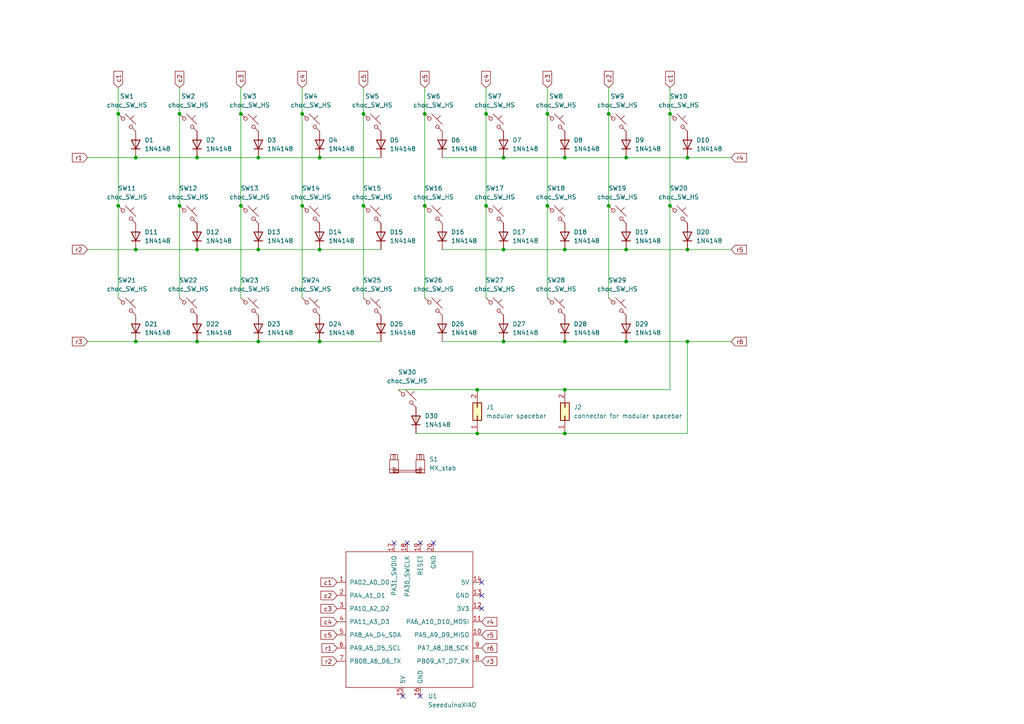
<source format=kicad_sch>
(kicad_sch (version 20230121) (generator eeschema)
  (paper "A4")
  (lib_symbols
    (symbol "Connector_Generic:Conn_02x01" (pin_names (offset 1.016) hide)
      (property "Reference" "J" (at 1.27 2.54 0))
      (property "Value" "Conn_02x01" (at 1.27 -2.54 0))
      (symbol "Conn_02x01_1_1"
        (rectangle (start -1.27 0.127) (end 0 -0.127) (stroke (width 0.1524)))
        (rectangle (start -1.27 1.27) (end 3.81 -1.27) (stroke (width 0.254)) (fill (type background)))
        (rectangle (start 3.81 0.127) (end 2.54 -0.127) (stroke (width 0.1524)))
        (pin passive line (at -5.08 0 0) (length 3.81) (name "Pin_1") (number "1"))
        (pin passive line (at 7.62 0 180) (length 3.81) (name "Pin_2") (number "2"))
      )
    )
    (symbol "Diode:1N4148" (pin_numbers hide) (pin_names hide)
      (property "Reference" "D" (at 0 2.54 0))
      (property "Value" "1N4148" (at 0 -2.54 0))
      (symbol "1N4148_0_1"
        (polyline (pts (xy -1.27 1.27) (xy -1.27 -1.27)) (stroke (width 0.254)))
        (polyline (pts (xy 1.27 0) (xy -1.27 0)))
        (polyline (pts (xy 1.27 1.27) (xy 1.27 -1.27) (xy -1.27 0) (xy 1.27 1.27)) (stroke (width 0.254)))
      )
      (symbol "1N4148_1_1"
        (pin passive line (at -3.81 0 0) (length 2.54) (name "K") (number "1"))
        (pin passive line (at 3.81 0 180) (length 2.54) (name "A") (number "2"))
      )
    )
    (symbol "beibob:SeeeduinoXIAO" (pin_names (offset 1.016))
      (property "Reference" "U" (at -19.05 22.86 0))
      (property "Value" "SeeeduinoXIAO" (at -12.7 21.59 0))
      (symbol "SeeeduinoXIAO_0_1"
        (rectangle (start -19.05 20.32) (end 17.78 -19.05))
      )
      (symbol "SeeeduinoXIAO_1_1"
        (pin unspecified line (at -21.59 11.43 0) (length 2.54) (name "PA02_A0_D0") (number "1"))
        (pin unspecified line (at 20.32 -3.81 180) (length 2.54) (name "PA5_A9_D9_MISO") (number "10"))
        (pin unspecified line (at 20.32 0 180) (length 2.54) (name "PA6_A10_D10_MOSI") (number "11"))
        (pin unspecified line (at 20.32 3.81 180) (length 2.54) (name "3V3") (number "12"))
        (pin unspecified line (at 20.32 7.62 180) (length 2.54) (name "GND") (number "13"))
        (pin unspecified line (at 20.32 11.43 180) (length 2.54) (name "5V") (number "14"))
        (pin input line (at -2.54 -21.59 90) (length 2.54) (name "5V") (number "15"))
        (pin input line (at 2.54 -21.59 90) (length 2.54) (name "GND") (number "16"))
        (pin input line (at -5.08 22.86 270) (length 2.54) (name "PA31_SWDIO") (number "17"))
        (pin input line (at -1.27 22.86 270) (length 2.54) (name "PA30_SWCLK") (number "18"))
        (pin input line (at 2.54 22.86 270) (length 2.54) (name "RESET") (number "19"))
        (pin unspecified line (at -21.59 7.62 0) (length 2.54) (name "PA4_A1_D1") (number "2"))
        (pin input line (at 6.35 22.86 270) (length 2.54) (name "GND") (number "20"))
        (pin unspecified line (at -21.59 3.81 0) (length 2.54) (name "PA10_A2_D2") (number "3"))
        (pin unspecified line (at -21.59 0 0) (length 2.54) (name "PA11_A3_D3") (number "4"))
        (pin unspecified line (at -21.59 -3.81 0) (length 2.54) (name "PA8_A4_D4_SDA") (number "5"))
        (pin unspecified line (at -21.59 -7.62 0) (length 2.54) (name "PA9_A5_D5_SCL") (number "6"))
        (pin unspecified line (at -21.59 -11.43 0) (length 2.54) (name "PB08_A6_D6_TX") (number "7"))
        (pin unspecified line (at 20.32 -11.43 180) (length 2.54) (name "PB09_A7_D7_RX") (number "8"))
        (pin unspecified line (at 20.32 -7.62 180) (length 2.54) (name "PA7_A8_D8_SCK") (number "9"))
      )
    )
    (symbol "marbastlib-choc:choc_SW_HS" (pin_numbers hide) (pin_names (offset 1.016) hide)
      (property "Reference" "SW" (at 3.048 1.016 0))
      (property "Value" "choc_SW_HS" (at 0 -3.81 0))
      (symbol "choc_SW_HS_0_1"
        (circle (center -1.1684 1.1684) (radius 0.508))
        (polyline (pts (xy -0.508 2.54) (xy 2.54 -0.508)))
        (polyline (pts (xy 1.016 1.016) (xy 2.032 2.032)))
        (polyline (pts (xy -2.54 2.54) (xy -1.524 1.524) (xy -1.524 1.524)))
        (polyline (pts (xy 1.524 -1.524) (xy 2.54 -2.54) (xy 2.54 -2.54) (xy 2.54 -2.54)))
        (circle (center 1.143 -1.1938) (radius 0.508))
        (pin passive line (at -2.54 2.54 0) (length 0) (name "1") (number "1"))
        (pin passive line (at 2.54 -2.54 180) (length 0) (name "2") (number "2"))
      )
    )
    (symbol "marbastlib-mx:MX_stab" (pin_names (offset 1.016))
      (property "Reference" "S" (at -5.08 6.35 0))
      (property "Value" "MX_stab" (at -5.08 3.81 0))
      (symbol "MX_stab_0_1"
        (rectangle (start -5.08 -1.524) (end -2.54 -2.54))
        (rectangle (start -5.08 1.27) (end -2.54 -2.54))
        (rectangle (start -4.826 2.794) (end -2.794 1.27))
        (rectangle (start -4.064 -2.286) (end -3.556 -1.016))
        (rectangle (start -4.064 -1.778) (end 4.064 -2.286))
        (rectangle (start -4.064 1.27) (end -3.556 2.794))
        (rectangle (start 2.54 -1.524) (end 5.08 -2.54))
        (rectangle (start 2.54 1.27) (end 5.08 -2.54))
        (rectangle (start 2.794 2.794) (end 4.826 1.27))
        (rectangle (start 3.556 1.27) (end 4.064 2.794))
        (rectangle (start 4.064 -2.286) (end 3.556 -1.016))
      )
    )
  )
  (junction (at 163.83 45.72))
  (junction (at 69.85 33.02))
  (junction (at 92.71 45.72))
  (junction (at 199.39 72.39))
  (junction (at 105.41 59.69))
  (junction (at 146.05 45.72))
  (junction (at 87.63 33.02))
  (junction (at 92.71 72.39))
  (junction (at 181.61 45.72))
  (junction (at 57.15 72.39))
  (junction (at 138.43 113.03))
  (junction (at 74.93 99.06))
  (junction (at 181.61 99.06))
  (junction (at 57.15 45.72))
  (junction (at 163.83 72.39))
  (junction (at 52.07 59.69))
  (junction (at 146.05 99.06))
  (junction (at 74.93 72.39))
  (junction (at 158.75 59.69))
  (junction (at 52.07 33.02))
  (junction (at 34.29 33.02))
  (junction (at 140.97 59.69))
  (junction (at 138.43 125.73))
  (junction (at 123.19 33.02))
  (junction (at 39.37 99.06))
  (junction (at 57.15 99.06))
  (junction (at 146.05 72.39))
  (junction (at 176.53 59.69))
  (junction (at 87.63 59.69))
  (junction (at 140.97 33.02))
  (junction (at 163.83 99.06))
  (junction (at 199.39 45.72))
  (junction (at 163.83 113.03))
  (junction (at 199.39 99.06))
  (junction (at 194.31 33.02))
  (junction (at 92.71 99.06))
  (junction (at 181.61 72.39))
  (junction (at 123.19 59.69))
  (junction (at 176.53 33.02))
  (junction (at 39.37 45.72))
  (junction (at 34.29 59.69))
  (junction (at 39.37 72.39))
  (junction (at 158.75 33.02))
  (junction (at 69.85 59.69))
  (junction (at 74.93 45.72))
  (junction (at 163.83 125.73))
  (junction (at 194.31 59.69))
  (junction (at 105.41 33.02))
  (no_connect (at 116.84 201.93))
  (no_connect (at 121.92 157.48))
  (no_connect (at 121.92 201.93))
  (no_connect (at 139.7 176.53))
  (no_connect (at 114.3 157.48))
  (no_connect (at 139.7 168.91))
  (no_connect (at 139.7 172.72))
  (no_connect (at 125.73 157.48))
  (no_connect (at 118.11 157.48))
  (wire (pts (xy 163.83 113.03) (xy 194.31 113.03)))
  (wire (pts (xy 92.71 99.06) (xy 110.49 99.06)))
  (wire (pts (xy 199.39 125.73) (xy 199.39 99.06)))
  (wire (pts (xy 105.41 33.02) (xy 105.41 59.69)))
  (wire (pts (xy 146.05 72.39) (xy 163.83 72.39)))
  (wire (pts (xy 138.43 125.73) (xy 163.83 125.73)))
  (wire (pts (xy 123.19 25.4) (xy 123.19 33.02)))
  (wire (pts (xy 194.31 25.4) (xy 194.31 33.02)))
  (wire (pts (xy 25.4 99.06) (xy 39.37 99.06)))
  (wire (pts (xy 105.41 59.69) (xy 105.41 86.36)))
  (wire (pts (xy 25.4 45.72) (xy 39.37 45.72)))
  (wire (pts (xy 92.71 45.72) (xy 110.49 45.72)))
  (wire (pts (xy 74.93 99.06) (xy 92.71 99.06)))
  (wire (pts (xy 146.05 45.72) (xy 163.83 45.72)))
  (wire (pts (xy 199.39 72.39) (xy 212.09 72.39)))
  (wire (pts (xy 34.29 33.02) (xy 34.29 59.69)))
  (wire (pts (xy 158.75 59.69) (xy 158.75 86.36)))
  (wire (pts (xy 25.4 72.39) (xy 39.37 72.39)))
  (wire (pts (xy 52.07 59.69) (xy 52.07 86.36)))
  (wire (pts (xy 181.61 99.06) (xy 199.39 99.06)))
  (wire (pts (xy 34.29 59.69) (xy 34.29 86.36)))
  (wire (pts (xy 128.27 72.39) (xy 146.05 72.39)))
  (wire (pts (xy 69.85 33.02) (xy 69.85 59.69)))
  (wire (pts (xy 138.43 113.03) (xy 115.57 113.03)))
  (wire (pts (xy 140.97 59.69) (xy 140.97 86.36)))
  (wire (pts (xy 158.75 25.4) (xy 158.75 33.02)))
  (wire (pts (xy 163.83 99.06) (xy 181.61 99.06)))
  (wire (pts (xy 176.53 33.02) (xy 176.53 59.69)))
  (wire (pts (xy 146.05 99.06) (xy 163.83 99.06)))
  (wire (pts (xy 52.07 25.4) (xy 52.07 33.02)))
  (wire (pts (xy 199.39 99.06) (xy 212.09 99.06)))
  (wire (pts (xy 140.97 25.4) (xy 140.97 33.02)))
  (wire (pts (xy 74.93 72.39) (xy 92.71 72.39)))
  (wire (pts (xy 57.15 45.72) (xy 74.93 45.72)))
  (wire (pts (xy 138.43 113.03) (xy 163.83 113.03)))
  (wire (pts (xy 39.37 72.39) (xy 57.15 72.39)))
  (wire (pts (xy 69.85 59.69) (xy 69.85 86.36)))
  (wire (pts (xy 74.93 45.72) (xy 92.71 45.72)))
  (wire (pts (xy 34.29 25.4) (xy 34.29 33.02)))
  (wire (pts (xy 176.53 59.69) (xy 176.53 86.36)))
  (wire (pts (xy 57.15 99.06) (xy 74.93 99.06)))
  (wire (pts (xy 123.19 59.69) (xy 123.19 86.36)))
  (wire (pts (xy 140.97 33.02) (xy 140.97 59.69)))
  (wire (pts (xy 128.27 45.72) (xy 146.05 45.72)))
  (wire (pts (xy 163.83 125.73) (xy 199.39 125.73)))
  (wire (pts (xy 176.53 25.4) (xy 176.53 33.02)))
  (wire (pts (xy 92.71 72.39) (xy 110.49 72.39)))
  (wire (pts (xy 163.83 72.39) (xy 181.61 72.39)))
  (wire (pts (xy 128.27 99.06) (xy 146.05 99.06)))
  (wire (pts (xy 120.65 125.73) (xy 138.43 125.73)))
  (wire (pts (xy 181.61 72.39) (xy 199.39 72.39)))
  (wire (pts (xy 194.31 59.69) (xy 194.31 113.03)))
  (wire (pts (xy 181.61 45.72) (xy 199.39 45.72)))
  (wire (pts (xy 199.39 45.72) (xy 212.09 45.72)))
  (wire (pts (xy 69.85 25.4) (xy 69.85 33.02)))
  (wire (pts (xy 87.63 59.69) (xy 87.63 86.36)))
  (wire (pts (xy 105.41 25.4) (xy 105.41 33.02)))
  (wire (pts (xy 158.75 33.02) (xy 158.75 59.69)))
  (wire (pts (xy 52.07 33.02) (xy 52.07 59.69)))
  (wire (pts (xy 39.37 45.72) (xy 57.15 45.72)))
  (wire (pts (xy 123.19 33.02) (xy 123.19 59.69)))
  (wire (pts (xy 39.37 99.06) (xy 57.15 99.06)))
  (wire (pts (xy 163.83 45.72) (xy 181.61 45.72)))
  (wire (pts (xy 57.15 72.39) (xy 74.93 72.39)))
  (wire (pts (xy 194.31 33.02) (xy 194.31 59.69)))
  (wire (pts (xy 87.63 25.4) (xy 87.63 33.02)))
  (wire (pts (xy 87.63 33.02) (xy 87.63 59.69)))
  (global_label "c1" (shape input) (at 194.31 25.4 90) (property "Intersheetrefs" "${INTERSHEET_REFS}" (effects hide)))
  (global_label "c3" (shape input) (at 158.75 25.4 90) (property "Intersheetrefs" "${INTERSHEET_REFS}" (effects hide)))
  (global_label "c4" (shape input) (at 87.63 25.4 90) (property "Intersheetrefs" "${INTERSHEET_REFS}" (effects hide)))
  (global_label "c5" (shape input) (at 105.41 25.4 90) (property "Intersheetrefs" "${INTERSHEET_REFS}" (effects hide)))
  (global_label "r3" (shape input) (at 139.7 191.77 0) (property "Intersheetrefs" "${INTERSHEET_REFS}" (effects hide)))
  (global_label "r1" (shape input) (at 97.79 187.96 180) (property "Intersheetrefs" "${INTERSHEET_REFS}" (effects hide)))
  (global_label "c5" (shape input) (at 97.79 184.15 180) (property "Intersheetrefs" "${INTERSHEET_REFS}" (effects hide)))
  (global_label "c4" (shape input) (at 97.79 180.34 180) (property "Intersheetrefs" "${INTERSHEET_REFS}" (effects hide)))
  (global_label "r6" (shape input) (at 212.09 99.06 0) (property "Intersheetrefs" "${INTERSHEET_REFS}" (effects hide)))
  (global_label "r5" (shape input) (at 212.09 72.39 0) (property "Intersheetrefs" "${INTERSHEET_REFS}" (effects hide)))
  (global_label "c1" (shape input) (at 34.29 25.4 90) (property "Intersheetrefs" "${INTERSHEET_REFS}" (effects hide)))
  (global_label "r4" (shape input) (at 139.7 180.34 0) (property "Intersheetrefs" "${INTERSHEET_REFS}" (effects hide)))
  (global_label "c1" (shape input) (at 97.79 168.91 180) (property "Intersheetrefs" "${INTERSHEET_REFS}" (effects hide)))
  (global_label "r5" (shape input) (at 139.7 184.15 0) (property "Intersheetrefs" "${INTERSHEET_REFS}" (effects hide)))
  (global_label "r4" (shape input) (at 212.09 45.72 0) (property "Intersheetrefs" "${INTERSHEET_REFS}" (effects hide)))
  (global_label "c2" (shape input) (at 52.07 25.4 90) (property "Intersheetrefs" "${INTERSHEET_REFS}" (effects hide)))
  (global_label "r2" (shape input) (at 25.4 72.39 180) (property "Intersheetrefs" "${INTERSHEET_REFS}" (effects hide)))
  (global_label "r6" (shape input) (at 139.7 187.96 0) (property "Intersheetrefs" "${INTERSHEET_REFS}" (effects hide)))
  (global_label "c3" (shape input) (at 69.85 25.4 90) (property "Intersheetrefs" "${INTERSHEET_REFS}" (effects hide)))
  (global_label "r2" (shape input) (at 97.79 191.77 180) (property "Intersheetrefs" "${INTERSHEET_REFS}" (effects hide)))
  (global_label "c2" (shape input) (at 97.79 172.72 180) (property "Intersheetrefs" "${INTERSHEET_REFS}" (effects hide)))
  (global_label "c4" (shape input) (at 140.97 25.4 90) (property "Intersheetrefs" "${INTERSHEET_REFS}" (effects hide)))
  (global_label "r3" (shape input) (at 25.4 99.06 180) (property "Intersheetrefs" "${INTERSHEET_REFS}" (effects hide)))
  (global_label "c2" (shape input) (at 176.53 25.4 90) (property "Intersheetrefs" "${INTERSHEET_REFS}" (effects hide)))
  (global_label "c3" (shape input) (at 97.79 176.53 180) (property "Intersheetrefs" "${INTERSHEET_REFS}" (effects hide)))
  (global_label "c5" (shape input) (at 123.19 25.4 90) (property "Intersheetrefs" "${INTERSHEET_REFS}" (effects hide)))
  (global_label "r1" (shape input) (at 25.4 45.72 180) (property "Intersheetrefs" "${INTERSHEET_REFS}" (effects hide)))
  (symbol (lib_id "marbastlib-choc:choc_SW_HS") (at 36.83 88.9 0) (unit 1)
    (property "Reference" "SW21" (at 36.83 81.28 0))
    (property "Value" "choc_SW_HS" (at 36.83 83.82 0))
    (property "Footprint" "BeiBob:apfel_SW_MX_solder_choc_hotswap_nosilk" (effects hide))
  )
  (symbol (lib_id "Diode:1N4148") (at 57.15 95.25 90) (unit 1)
    (property "Reference" "D22" (at 59.69 93.98 90) (effects (justify right)))
    (property "Value" "1N4148" (at 59.69 96.52 90) (effects (justify right)))
    (property "Footprint" "apfellib:D_1206_3216Metric_Pad1.42x1.75mm_HandSolder_nosilk" (effects hide))
    (property "Datasheet" "https://assets.nexperia.com/documents/data-sheet/1N4148_1N4448.pdf" (effects hide))
    (property "Sim.Device" "D" (effects hide))
    (property "Sim.Pins" "1=K 2=A" (effects hide))
  )
  (symbol (lib_id "marbastlib-choc:choc_SW_HS") (at 54.61 62.23 0) (unit 1)
    (property "Reference" "SW12" (at 54.61 54.61 0))
    (property "Value" "choc_SW_HS" (at 54.61 57.15 0))
    (property "Footprint" "BeiBob:apfel_SW_MX_solder_choc_hotswap_nosilk" (effects hide))
  )
  (symbol (lib_id "Diode:1N4148") (at 146.05 41.91 90) (unit 1)
    (property "Reference" "D7" (at 148.59 40.64 90) (effects (justify right)))
    (property "Value" "1N4148" (at 148.59 43.18 90) (effects (justify right)))
    (property "Footprint" "apfellib:D_1206_3216Metric_Pad1.42x1.75mm_HandSolder_nosilk" (effects hide))
    (property "Datasheet" "https://assets.nexperia.com/documents/data-sheet/1N4148_1N4448.pdf" (effects hide))
    (property "Sim.Device" "D" (effects hide))
    (property "Sim.Pins" "1=K 2=A" (effects hide))
  )
  (symbol (lib_id "Diode:1N4148") (at 92.71 95.25 90) (unit 1)
    (property "Reference" "D24" (at 95.25 93.98 90) (effects (justify right)))
    (property "Value" "1N4148" (at 95.25 96.52 90) (effects (justify right)))
    (property "Footprint" "apfellib:D_1206_3216Metric_Pad1.42x1.75mm_HandSolder_nosilk" (effects hide))
    (property "Datasheet" "https://assets.nexperia.com/documents/data-sheet/1N4148_1N4448.pdf" (effects hide))
    (property "Sim.Device" "D" (effects hide))
    (property "Sim.Pins" "1=K 2=A" (effects hide))
  )
  (symbol (lib_id "marbastlib-choc:choc_SW_HS") (at 196.85 62.23 0) (unit 1)
    (property "Reference" "SW20" (at 196.85 54.61 0))
    (property "Value" "choc_SW_HS" (at 196.85 57.15 0))
    (property "Footprint" "BeiBob:apfel_SW_MX_solder_choc_hotswap_nosilk" (effects hide))
  )
  (symbol (lib_id "Diode:1N4148") (at 163.83 41.91 90) (unit 1)
    (property "Reference" "D8" (at 166.37 40.64 90) (effects (justify right)))
    (property "Value" "1N4148" (at 166.37 43.18 90) (effects (justify right)))
    (property "Footprint" "apfellib:D_1206_3216Metric_Pad1.42x1.75mm_HandSolder_nosilk" (effects hide))
    (property "Datasheet" "https://assets.nexperia.com/documents/data-sheet/1N4148_1N4448.pdf" (effects hide))
    (property "Sim.Device" "D" (effects hide))
    (property "Sim.Pins" "1=K 2=A" (effects hide))
  )
  (symbol (lib_id "marbastlib-choc:choc_SW_HS") (at 90.17 62.23 0) (unit 1)
    (property "Reference" "SW14" (at 90.17 54.61 0))
    (property "Value" "choc_SW_HS" (at 90.17 57.15 0))
    (property "Footprint" "BeiBob:apfel_SW_MX_solder_choc_hotswap_nosilk" (effects hide))
  )
  (symbol (lib_id "marbastlib-choc:choc_SW_HS") (at 125.73 35.56 0) (unit 1)
    (property "Reference" "SW6" (at 125.73 27.94 0))
    (property "Value" "choc_SW_HS" (at 125.73 30.48 0))
    (property "Footprint" "BeiBob:apfel_SW_MX_solder_choc_hotswap_nosilk" (effects hide))
  )
  (symbol (lib_id "beibob:SeeeduinoXIAO") (at 119.38 180.34 0) (unit 1)
    (property "Reference" "U1" (at 124.1141 201.93 0) (effects (justify left)))
    (property "Value" "SeeeduinoXIAO" (at 124.1141 204.47 0) (effects (justify left)))
    (property "Footprint" "BeiBob:apfel-xiao-tht" (effects hide))
  )
  (symbol (lib_id "Diode:1N4148") (at 128.27 68.58 90) (unit 1)
    (property "Reference" "D16" (at 130.81 67.31 90) (effects (justify right)))
    (property "Value" "1N4148" (at 130.81 69.85 90) (effects (justify right)))
    (property "Footprint" "apfellib:D_1206_3216Metric_Pad1.42x1.75mm_HandSolder_nosilk" (effects hide))
    (property "Datasheet" "https://assets.nexperia.com/documents/data-sheet/1N4148_1N4448.pdf" (effects hide))
    (property "Sim.Device" "D" (effects hide))
    (property "Sim.Pins" "1=K 2=A" (effects hide))
  )
  (symbol (lib_id "Connector_Generic:Conn_02x01") (at 163.83 120.65 90) (unit 1)
    (property "Reference" "J2" (at 166.37 118.11 90) (effects (justify right)))
    (property "Value" "connector for modular spacebar" (at 166.37 120.65 90) (effects (justify right)))
    (property "Footprint" "Connector_PinHeader_2.54mm:PinHeader_2x01_P2.54mm_Vertical" (effects hide))
  )
  (symbol (lib_id "Diode:1N4148") (at 110.49 95.25 90) (unit 1)
    (property "Reference" "D25" (at 113.03 93.98 90) (effects (justify right)))
    (property "Value" "1N4148" (at 113.03 96.52 90) (effects (justify right)))
    (property "Footprint" "apfellib:D_1206_3216Metric_Pad1.42x1.75mm_HandSolder_nosilk" (effects hide))
    (property "Datasheet" "https://assets.nexperia.com/documents/data-sheet/1N4148_1N4448.pdf" (effects hide))
    (property "Sim.Device" "D" (effects hide))
    (property "Sim.Pins" "1=K 2=A" (effects hide))
  )
  (symbol (lib_id "marbastlib-choc:choc_SW_HS") (at 143.51 62.23 0) (unit 1)
    (property "Reference" "SW17" (at 143.51 54.61 0))
    (property "Value" "choc_SW_HS" (at 143.51 57.15 0))
    (property "Footprint" "BeiBob:apfel_SW_MX_solder_choc_hotswap_nosilk" (effects hide))
  )
  (symbol (lib_id "marbastlib-choc:choc_SW_HS") (at 143.51 35.56 0) (unit 1)
    (property "Reference" "SW7" (at 143.51 27.94 0))
    (property "Value" "choc_SW_HS" (at 143.51 30.48 0))
    (property "Footprint" "BeiBob:apfel_SW_MX_solder_choc_hotswap_nosilk" (effects hide))
  )
  (symbol (lib_id "Diode:1N4148") (at 57.15 41.91 90) (unit 1)
    (property "Reference" "D2" (at 59.69 40.64 90) (effects (justify right)))
    (property "Value" "1N4148" (at 59.69 43.18 90) (effects (justify right)))
    (property "Footprint" "apfellib:D_1206_3216Metric_Pad1.42x1.75mm_HandSolder_nosilk" (effects hide))
    (property "Datasheet" "https://assets.nexperia.com/documents/data-sheet/1N4148_1N4448.pdf" (effects hide))
    (property "Sim.Device" "D" (effects hide))
    (property "Sim.Pins" "1=K 2=A" (effects hide))
  )
  (symbol (lib_id "marbastlib-choc:choc_SW_HS") (at 107.95 88.9 0) (unit 1)
    (property "Reference" "SW25" (at 107.95 81.28 0))
    (property "Value" "choc_SW_HS" (at 107.95 83.82 0))
    (property "Footprint" "BeiBob:apfel_SW_MX_solder_choc_hotswap_nosilk" (effects hide))
  )
  (symbol (lib_id "marbastlib-choc:choc_SW_HS") (at 72.39 62.23 0) (unit 1)
    (property "Reference" "SW13" (at 72.39 54.61 0))
    (property "Value" "choc_SW_HS" (at 72.39 57.15 0))
    (property "Footprint" "BeiBob:apfel_SW_MX_solder_choc_hotswap_nosilk" (effects hide))
  )
  (symbol (lib_id "Diode:1N4148") (at 110.49 68.58 90) (unit 1)
    (property "Reference" "D15" (at 113.03 67.31 90) (effects (justify right)))
    (property "Value" "1N4148" (at 113.03 69.85 90) (effects (justify right)))
    (property "Footprint" "apfellib:D_1206_3216Metric_Pad1.42x1.75mm_HandSolder_nosilk" (effects hide))
    (property "Datasheet" "https://assets.nexperia.com/documents/data-sheet/1N4148_1N4448.pdf" (effects hide))
    (property "Sim.Device" "D" (effects hide))
    (property "Sim.Pins" "1=K 2=A" (effects hide))
  )
  (symbol (lib_id "marbastlib-choc:choc_SW_HS") (at 161.29 35.56 0) (unit 1)
    (property "Reference" "SW8" (at 161.29 27.94 0))
    (property "Value" "choc_SW_HS" (at 161.29 30.48 0))
    (property "Footprint" "BeiBob:apfel_SW_MX_solder_choc_hotswap_nosilk" (effects hide))
  )
  (symbol (lib_id "marbastlib-choc:choc_SW_HS") (at 107.95 35.56 0) (unit 1)
    (property "Reference" "SW5" (at 107.95 27.94 0))
    (property "Value" "choc_SW_HS" (at 107.95 30.48 0))
    (property "Footprint" "BeiBob:apfel_SW_MX_solder_choc_hotswap_nosilk" (effects hide))
  )
  (symbol (lib_id "Diode:1N4148") (at 181.61 95.25 90) (unit 1)
    (property "Reference" "D29" (at 184.15 93.98 90) (effects (justify right)))
    (property "Value" "1N4148" (at 184.15 96.52 90) (effects (justify right)))
    (property "Footprint" "apfellib:D_1206_3216Metric_Pad1.42x1.75mm_HandSolder_nosilk" (effects hide))
    (property "Datasheet" "https://assets.nexperia.com/documents/data-sheet/1N4148_1N4448.pdf" (effects hide))
    (property "Sim.Device" "D" (effects hide))
    (property "Sim.Pins" "1=K 2=A" (effects hide))
  )
  (symbol (lib_id "marbastlib-choc:choc_SW_HS") (at 36.83 35.56 0) (unit 1)
    (property "Reference" "SW1" (at 36.83 27.94 0))
    (property "Value" "choc_SW_HS" (at 36.83 30.48 0))
    (property "Footprint" "BeiBob:apfel_SW_MX_solder_choc_hotswap_nosilk" (effects hide))
  )
  (symbol (lib_id "Diode:1N4148") (at 74.93 68.58 90) (unit 1)
    (property "Reference" "D13" (at 77.47 67.31 90) (effects (justify right)))
    (property "Value" "1N4148" (at 77.47 69.85 90) (effects (justify right)))
    (property "Footprint" "apfellib:D_1206_3216Metric_Pad1.42x1.75mm_HandSolder_nosilk" (effects hide))
    (property "Datasheet" "https://assets.nexperia.com/documents/data-sheet/1N4148_1N4448.pdf" (effects hide))
    (property "Sim.Device" "D" (effects hide))
    (property "Sim.Pins" "1=K 2=A" (effects hide))
  )
  (symbol (lib_id "Diode:1N4148") (at 57.15 68.58 90) (unit 1)
    (property "Reference" "D12" (at 59.69 67.31 90) (effects (justify right)))
    (property "Value" "1N4148" (at 59.69 69.85 90) (effects (justify right)))
    (property "Footprint" "apfellib:D_1206_3216Metric_Pad1.42x1.75mm_HandSolder_nosilk" (effects hide))
    (property "Datasheet" "https://assets.nexperia.com/documents/data-sheet/1N4148_1N4448.pdf" (effects hide))
    (property "Sim.Device" "D" (effects hide))
    (property "Sim.Pins" "1=K 2=A" (effects hide))
  )
  (symbol (lib_id "Diode:1N4148") (at 199.39 41.91 90) (unit 1)
    (property "Reference" "D10" (at 201.93 40.64 90) (effects (justify right)))
    (property "Value" "1N4148" (at 201.93 43.18 90) (effects (justify right)))
    (property "Footprint" "apfellib:D_1206_3216Metric_Pad1.42x1.75mm_HandSolder_nosilk" (effects hide))
    (property "Datasheet" "https://assets.nexperia.com/documents/data-sheet/1N4148_1N4448.pdf" (effects hide))
    (property "Sim.Device" "D" (effects hide))
    (property "Sim.Pins" "1=K 2=A" (effects hide))
  )
  (symbol (lib_id "marbastlib-choc:choc_SW_HS") (at 179.07 88.9 0) (unit 1)
    (property "Reference" "SW29" (at 179.07 81.28 0))
    (property "Value" "choc_SW_HS" (at 179.07 83.82 0))
    (property "Footprint" "BeiBob:apfel_SW_MX_solder_choc_hotswap_nosilk" (effects hide))
  )
  (symbol (lib_id "marbastlib-choc:choc_SW_HS") (at 72.39 88.9 0) (unit 1)
    (property "Reference" "SW23" (at 72.39 81.28 0))
    (property "Value" "choc_SW_HS" (at 72.39 83.82 0))
    (property "Footprint" "BeiBob:apfel_SW_MX_solder_choc_hotswap_nosilk" (effects hide))
  )
  (symbol (lib_id "marbastlib-choc:choc_SW_HS") (at 90.17 35.56 0) (unit 1)
    (property "Reference" "SW4" (at 90.17 27.94 0))
    (property "Value" "choc_SW_HS" (at 90.17 30.48 0))
    (property "Footprint" "BeiBob:apfel_SW_MX_solder_choc_hotswap_nosilk" (effects hide))
  )
  (symbol (lib_id "marbastlib-choc:choc_SW_HS") (at 118.11 115.57 0) (unit 1)
    (property "Reference" "SW30" (at 118.11 107.95 0))
    (property "Value" "choc_SW_HS" (at 118.11 110.49 0))
    (property "Footprint" "BeiBob:apfel_SW_MX_solder_choc_hotswap_nosilk" (effects hide))
  )
  (symbol (lib_id "Diode:1N4148") (at 39.37 41.91 90) (unit 1)
    (property "Reference" "D1" (at 41.91 40.64 90) (effects (justify right)))
    (property "Value" "1N4148" (at 41.91 43.18 90) (effects (justify right)))
    (property "Footprint" "apfellib:D_1206_3216Metric_Pad1.42x1.75mm_HandSolder_nosilk" (effects hide))
    (property "Datasheet" "https://assets.nexperia.com/documents/data-sheet/1N4148_1N4448.pdf" (effects hide))
    (property "Sim.Device" "D" (effects hide))
    (property "Sim.Pins" "1=K 2=A" (effects hide))
  )
  (symbol (lib_id "marbastlib-mx:MX_stab") (at 118.11 134.62 0) (unit 1)
    (property "Reference" "S1" (at 124.46 133.223 0) (effects (justify left)))
    (property "Value" "MX_stab" (at 124.46 135.763 0) (effects (justify left)))
    (property "Footprint" "marbastlib-mx:STAB_MX_P_6.25u" (effects hide))
  )
  (symbol (lib_id "marbastlib-choc:choc_SW_HS") (at 90.17 88.9 0) (unit 1)
    (property "Reference" "SW24" (at 90.17 81.28 0))
    (property "Value" "choc_SW_HS" (at 90.17 83.82 0))
    (property "Footprint" "BeiBob:apfel_SW_MX_solder_choc_hotswap_nosilk" (effects hide))
  )
  (symbol (lib_id "Connector_Generic:Conn_02x01") (at 138.43 120.65 90) (unit 1)
    (property "Reference" "J1" (at 140.97 118.11 90) (effects (justify right)))
    (property "Value" "modular spacebar" (at 140.97 120.65 90) (effects (justify right)))
    (property "Footprint" "Connector_PinHeader_2.54mm:PinHeader_2x01_P2.54mm_Vertical" (effects hide))
  )
  (symbol (lib_id "Diode:1N4148") (at 128.27 95.25 90) (unit 1)
    (property "Reference" "D26" (at 130.81 93.98 90) (effects (justify right)))
    (property "Value" "1N4148" (at 130.81 96.52 90) (effects (justify right)))
    (property "Footprint" "apfellib:D_1206_3216Metric_Pad1.42x1.75mm_HandSolder_nosilk" (effects hide))
    (property "Datasheet" "https://assets.nexperia.com/documents/data-sheet/1N4148_1N4448.pdf" (effects hide))
    (property "Sim.Device" "D" (effects hide))
    (property "Sim.Pins" "1=K 2=A" (effects hide))
  )
  (symbol (lib_id "Diode:1N4148") (at 39.37 95.25 90) (unit 1)
    (property "Reference" "D21" (at 41.91 93.98 90) (effects (justify right)))
    (property "Value" "1N4148" (at 41.91 96.52 90) (effects (justify right)))
    (property "Footprint" "apfellib:D_1206_3216Metric_Pad1.42x1.75mm_HandSolder_nosilk" (effects hide))
    (property "Datasheet" "https://assets.nexperia.com/documents/data-sheet/1N4148_1N4448.pdf" (effects hide))
    (property "Sim.Device" "D" (effects hide))
    (property "Sim.Pins" "1=K 2=A" (effects hide))
  )
  (symbol (lib_id "Diode:1N4148") (at 39.37 68.58 90) (unit 1)
    (property "Reference" "D11" (at 41.91 67.31 90) (effects (justify right)))
    (property "Value" "1N4148" (at 41.91 69.85 90) (effects (justify right)))
    (property "Footprint" "apfellib:D_1206_3216Metric_Pad1.42x1.75mm_HandSolder_nosilk" (effects hide))
    (property "Datasheet" "https://assets.nexperia.com/documents/data-sheet/1N4148_1N4448.pdf" (effects hide))
    (property "Sim.Device" "D" (effects hide))
    (property "Sim.Pins" "1=K 2=A" (effects hide))
  )
  (symbol (lib_id "Diode:1N4148") (at 74.93 41.91 90) (unit 1)
    (property "Reference" "D3" (at 77.47 40.64 90) (effects (justify right)))
    (property "Value" "1N4148" (at 77.47 43.18 90) (effects (justify right)))
    (property "Footprint" "apfellib:D_1206_3216Metric_Pad1.42x1.75mm_HandSolder_nosilk" (effects hide))
    (property "Datasheet" "https://assets.nexperia.com/documents/data-sheet/1N4148_1N4448.pdf" (effects hide))
    (property "Sim.Device" "D" (effects hide))
    (property "Sim.Pins" "1=K 2=A" (effects hide))
  )
  (symbol (lib_id "marbastlib-choc:choc_SW_HS") (at 161.29 62.23 0) (unit 1)
    (property "Reference" "SW18" (at 161.29 54.61 0))
    (property "Value" "choc_SW_HS" (at 161.29 57.15 0))
    (property "Footprint" "BeiBob:apfel_SW_MX_solder_choc_hotswap_nosilk" (effects hide))
  )
  (symbol (lib_id "Diode:1N4148") (at 74.93 95.25 90) (unit 1)
    (property "Reference" "D23" (at 77.47 93.98 90) (effects (justify right)))
    (property "Value" "1N4148" (at 77.47 96.52 90) (effects (justify right)))
    (property "Footprint" "apfellib:D_1206_3216Metric_Pad1.42x1.75mm_HandSolder_nosilk" (effects hide))
    (property "Datasheet" "https://assets.nexperia.com/documents/data-sheet/1N4148_1N4448.pdf" (effects hide))
    (property "Sim.Device" "D" (effects hide))
    (property "Sim.Pins" "1=K 2=A" (effects hide))
  )
  (symbol (lib_id "Diode:1N4148") (at 181.61 41.91 90) (unit 1)
    (property "Reference" "D9" (at 184.15 40.64 90) (effects (justify right)))
    (property "Value" "1N4148" (at 184.15 43.18 90) (effects (justify right)))
    (property "Footprint" "apfellib:D_1206_3216Metric_Pad1.42x1.75mm_HandSolder_nosilk" (effects hide))
    (property "Datasheet" "https://assets.nexperia.com/documents/data-sheet/1N4148_1N4448.pdf" (effects hide))
    (property "Sim.Device" "D" (effects hide))
    (property "Sim.Pins" "1=K 2=A" (effects hide))
  )
  (symbol (lib_id "Diode:1N4148") (at 199.39 68.58 90) (unit 1)
    (property "Reference" "D20" (at 201.93 67.31 90) (effects (justify right)))
    (property "Value" "1N4148" (at 201.93 69.85 90) (effects (justify right)))
    (property "Footprint" "apfellib:D_1206_3216Metric_Pad1.42x1.75mm_HandSolder_nosilk" (effects hide))
    (property "Datasheet" "https://assets.nexperia.com/documents/data-sheet/1N4148_1N4448.pdf" (effects hide))
    (property "Sim.Device" "D" (effects hide))
    (property "Sim.Pins" "1=K 2=A" (effects hide))
  )
  (symbol (lib_id "marbastlib-choc:choc_SW_HS") (at 54.61 35.56 0) (unit 1)
    (property "Reference" "SW2" (at 54.61 27.94 0))
    (property "Value" "choc_SW_HS" (at 54.61 30.48 0))
    (property "Footprint" "BeiBob:apfel_SW_MX_solder_choc_hotswap_nosilk" (effects hide))
  )
  (symbol (lib_id "marbastlib-choc:choc_SW_HS") (at 36.83 62.23 0) (unit 1)
    (property "Reference" "SW11" (at 36.83 54.61 0))
    (property "Value" "choc_SW_HS" (at 36.83 57.15 0))
    (property "Footprint" "BeiBob:apfel_SW_MX_solder_choc_hotswap_nosilk" (effects hide))
  )
  (symbol (lib_id "marbastlib-choc:choc_SW_HS") (at 125.73 88.9 0) (unit 1)
    (property "Reference" "SW26" (at 125.73 81.28 0))
    (property "Value" "choc_SW_HS" (at 125.73 83.82 0))
    (property "Footprint" "BeiBob:apfel_SW_MX_solder_choc_hotswap_nosilk" (effects hide))
  )
  (symbol (lib_id "marbastlib-choc:choc_SW_HS") (at 107.95 62.23 0) (unit 1)
    (property "Reference" "SW15" (at 107.95 54.61 0))
    (property "Value" "choc_SW_HS" (at 107.95 57.15 0))
    (property "Footprint" "BeiBob:apfel_SW_MX_solder_choc_hotswap_nosilk" (effects hide))
  )
  (symbol (lib_id "Diode:1N4148") (at 92.71 41.91 90) (unit 1)
    (property "Reference" "D4" (at 95.25 40.64 90) (effects (justify right)))
    (property "Value" "1N4148" (at 95.25 43.18 90) (effects (justify right)))
    (property "Footprint" "apfellib:D_1206_3216Metric_Pad1.42x1.75mm_HandSolder_nosilk" (effects hide))
    (property "Datasheet" "https://assets.nexperia.com/documents/data-sheet/1N4148_1N4448.pdf" (effects hide))
    (property "Sim.Device" "D" (effects hide))
    (property "Sim.Pins" "1=K 2=A" (effects hide))
  )
  (symbol (lib_id "marbastlib-choc:choc_SW_HS") (at 72.39 35.56 0) (unit 1)
    (property "Reference" "SW3" (at 72.39 27.94 0))
    (property "Value" "choc_SW_HS" (at 72.39 30.48 0))
    (property "Footprint" "BeiBob:apfel_SW_MX_solder_choc_hotswap_nosilk" (effects hide))
  )
  (symbol (lib_id "Diode:1N4148") (at 110.49 41.91 90) (unit 1)
    (property "Reference" "D5" (at 113.03 40.64 90) (effects (justify right)))
    (property "Value" "1N4148" (at 113.03 43.18 90) (effects (justify right)))
    (property "Footprint" "apfellib:D_1206_3216Metric_Pad1.42x1.75mm_HandSolder_nosilk" (effects hide))
    (property "Datasheet" "https://assets.nexperia.com/documents/data-sheet/1N4148_1N4448.pdf" (effects hide))
    (property "Sim.Device" "D" (effects hide))
    (property "Sim.Pins" "1=K 2=A" (effects hide))
  )
  (symbol (lib_id "Diode:1N4148") (at 128.27 41.91 90) (unit 1)
    (property "Reference" "D6" (at 130.81 40.64 90) (effects (justify right)))
    (property "Value" "1N4148" (at 130.81 43.18 90) (effects (justify right)))
    (property "Footprint" "apfellib:D_1206_3216Metric_Pad1.42x1.75mm_HandSolder_nosilk" (effects hide))
    (property "Datasheet" "https://assets.nexperia.com/documents/data-sheet/1N4148_1N4448.pdf" (effects hide))
    (property "Sim.Device" "D" (effects hide))
    (property "Sim.Pins" "1=K 2=A" (effects hide))
  )
  (symbol (lib_id "marbastlib-choc:choc_SW_HS") (at 54.61 88.9 0) (unit 1)
    (property "Reference" "SW22" (at 54.61 81.28 0))
    (property "Value" "choc_SW_HS" (at 54.61 83.82 0))
    (property "Footprint" "BeiBob:apfel_SW_MX_solder_choc_hotswap_nosilk" (effects hide))
  )
  (symbol (lib_id "marbastlib-choc:choc_SW_HS") (at 161.29 88.9 0) (unit 1)
    (property "Reference" "SW28" (at 161.29 81.28 0))
    (property "Value" "choc_SW_HS" (at 161.29 83.82 0))
    (property "Footprint" "BeiBob:apfel_SW_MX_solder_choc_hotswap_nosilk" (effects hide))
  )
  (symbol (lib_id "Diode:1N4148") (at 163.83 95.25 90) (unit 1)
    (property "Reference" "D28" (at 166.37 93.98 90) (effects (justify right)))
    (property "Value" "1N4148" (at 166.37 96.52 90) (effects (justify right)))
    (property "Footprint" "apfellib:D_1206_3216Metric_Pad1.42x1.75mm_HandSolder_nosilk" (effects hide))
    (property "Datasheet" "https://assets.nexperia.com/documents/data-sheet/1N4148_1N4448.pdf" (effects hide))
    (property "Sim.Device" "D" (effects hide))
    (property "Sim.Pins" "1=K 2=A" (effects hide))
  )
  (symbol (lib_id "Diode:1N4148") (at 92.71 68.58 90) (unit 1)
    (property "Reference" "D14" (at 95.25 67.31 90) (effects (justify right)))
    (property "Value" "1N4148" (at 95.25 69.85 90) (effects (justify right)))
    (property "Footprint" "apfellib:D_1206_3216Metric_Pad1.42x1.75mm_HandSolder_nosilk" (effects hide))
    (property "Datasheet" "https://assets.nexperia.com/documents/data-sheet/1N4148_1N4448.pdf" (effects hide))
    (property "Sim.Device" "D" (effects hide))
    (property "Sim.Pins" "1=K 2=A" (effects hide))
  )
  (symbol (lib_id "Diode:1N4148") (at 163.83 68.58 90) (unit 1)
    (property "Reference" "D18" (at 166.37 67.31 90) (effects (justify right)))
    (property "Value" "1N4148" (at 166.37 69.85 90) (effects (justify right)))
    (property "Footprint" "apfellib:D_1206_3216Metric_Pad1.42x1.75mm_HandSolder_nosilk" (effects hide))
    (property "Datasheet" "https://assets.nexperia.com/documents/data-sheet/1N4148_1N4448.pdf" (effects hide))
    (property "Sim.Device" "D" (effects hide))
    (property "Sim.Pins" "1=K 2=A" (effects hide))
  )
  (symbol (lib_id "Diode:1N4148") (at 146.05 95.25 90) (unit 1)
    (property "Reference" "D27" (at 148.59 93.98 90) (effects (justify right)))
    (property "Value" "1N4148" (at 148.59 96.52 90) (effects (justify right)))
    (property "Footprint" "apfellib:D_1206_3216Metric_Pad1.42x1.75mm_HandSolder_nosilk" (effects hide))
    (property "Datasheet" "https://assets.nexperia.com/documents/data-sheet/1N4148_1N4448.pdf" (effects hide))
    (property "Sim.Device" "D" (effects hide))
    (property "Sim.Pins" "1=K 2=A" (effects hide))
  )
  (symbol (lib_id "Diode:1N4148") (at 181.61 68.58 90) (unit 1)
    (property "Reference" "D19" (at 184.15 67.31 90) (effects (justify right)))
    (property "Value" "1N4148" (at 184.15 69.85 90) (effects (justify right)))
    (property "Footprint" "apfellib:D_1206_3216Metric_Pad1.42x1.75mm_HandSolder_nosilk" (effects hide))
    (property "Datasheet" "https://assets.nexperia.com/documents/data-sheet/1N4148_1N4448.pdf" (effects hide))
    (property "Sim.Device" "D" (effects hide))
    (property "Sim.Pins" "1=K 2=A" (effects hide))
  )
  (symbol (lib_id "Diode:1N4148") (at 120.65 121.92 90) (unit 1)
    (property "Reference" "D30" (at 123.19 120.65 90) (effects (justify right)))
    (property "Value" "1N4148" (at 123.19 123.19 90) (effects (justify right)))
    (property "Footprint" "apfellib:D_1206_3216Metric_Pad1.42x1.75mm_HandSolder_nosilk" (effects hide))
    (property "Datasheet" "https://assets.nexperia.com/documents/data-sheet/1N4148_1N4448.pdf" (effects hide))
    (property "Sim.Device" "D" (effects hide))
    (property "Sim.Pins" "1=K 2=A" (effects hide))
  )
  (symbol (lib_id "marbastlib-choc:choc_SW_HS") (at 196.85 35.56 0) (unit 1)
    (property "Reference" "SW10" (at 196.85 27.94 0))
    (property "Value" "choc_SW_HS" (at 196.85 30.48 0))
    (property "Footprint" "BeiBob:apfel_SW_MX_solder_choc_hotswap_nosilk" (effects hide))
  )
  (symbol (lib_id "marbastlib-choc:choc_SW_HS") (at 179.07 62.23 0) (unit 1)
    (property "Reference" "SW19" (at 179.07 54.61 0))
    (property "Value" "choc_SW_HS" (at 179.07 57.15 0))
    (property "Footprint" "BeiBob:apfel_SW_MX_solder_choc_hotswap_nosilk" (effects hide))
  )
  (symbol (lib_id "marbastlib-choc:choc_SW_HS") (at 143.51 88.9 0) (unit 1)
    (property "Reference" "SW27" (at 143.51 81.28 0))
    (property "Value" "choc_SW_HS" (at 143.51 83.82 0))
    (property "Footprint" "BeiBob:apfel_SW_MX_solder_choc_hotswap_nosilk" (effects hide))
  )
  (symbol (lib_id "marbastlib-choc:choc_SW_HS") (at 125.73 62.23 0) (unit 1)
    (property "Reference" "SW16" (at 125.73 54.61 0))
    (property "Value" "choc_SW_HS" (at 125.73 57.15 0))
    (property "Footprint" "BeiBob:apfel_SW_MX_solder_choc_hotswap_nosilk" (effects hide))
  )
  (symbol (lib_id "marbastlib-choc:choc_SW_HS") (at 179.07 35.56 0) (unit 1)
    (property "Reference" "SW9" (at 179.07 27.94 0))
    (property "Value" "choc_SW_HS" (at 179.07 30.48 0))
    (property "Footprint" "BeiBob:apfel_SW_MX_solder_choc_hotswap_nosilk" (effects hide))
  )
  (symbol (lib_id "Diode:1N4148") (at 146.05 68.58 90) (unit 1)
    (property "Reference" "D17" (at 148.59 67.31 90) (effects (justify right)))
    (property "Value" "1N4148" (at 148.59 69.85 90) (effects (justify right)))
    (property "Footprint" "apfellib:D_1206_3216Metric_Pad1.42x1.75mm_HandSolder_nosilk" (effects hide))
    (property "Datasheet" "https://assets.nexperia.com/documents/data-sheet/1N4148_1N4448.pdf" (effects hide))
    (property "Sim.Device" "D" (effects hide))
    (property "Sim.Pins" "1=K 2=A" (effects hide))
  )
)
</source>
